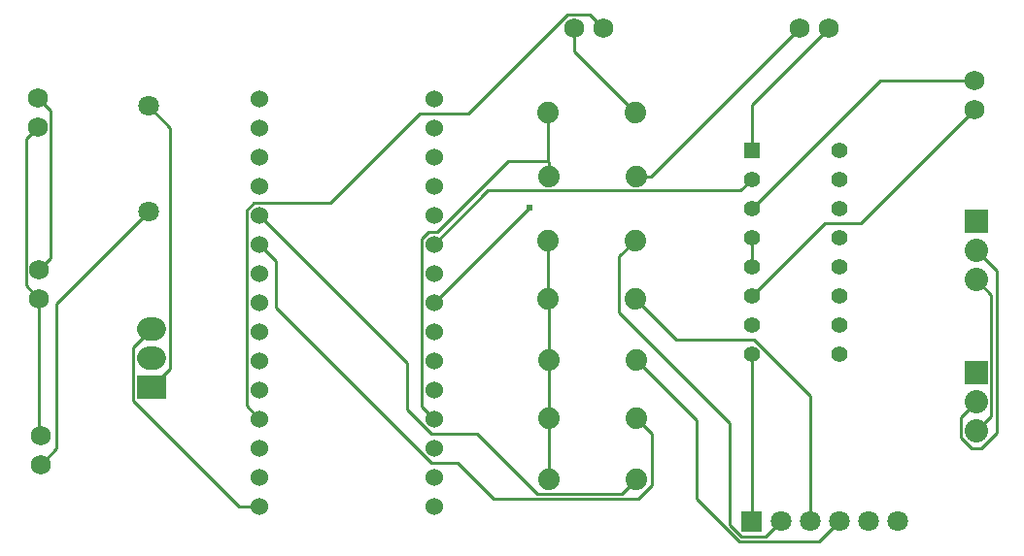
<source format=gbl>
G04 Layer: BottomLayer*
G04 EasyEDA v6.4.17, 2021-05-05T15:15:58+05:30*
G04 32aec41ae17d46a98470db9f640d5259,83cefa92b6ce4236bac46178dd46d778,10*
G04 Gerber Generator version 0.2*
G04 Scale: 100 percent, Rotated: No, Reflected: No *
G04 Dimensions in millimeters *
G04 leading zeros omitted , absolute positions ,4 integer and 5 decimal *
%FSLAX45Y45*%
%MOMM*%

%ADD11C,0.2600*%
%ADD13C,0.6100*%
%ADD16C,2.0320*%
%ADD17C,1.8000*%
%ADD19C,1.5240*%
%ADD20C,1.7270*%
%ADD21C,1.8796*%
%ADD22R,1.3995X1.3995*%
%ADD23C,1.3995*%
%ADD24C,2.0000*%

%LPD*%
D11*
X-6069329Y7877810D02*
G01*
X-5239257Y8707628D01*
X-5067300Y7378700D02*
G01*
X-5067300Y6870700D01*
X-5067300Y6870700D02*
G01*
X-5067300Y6337300D01*
X-5080000Y7912100D02*
G01*
X-5080000Y8420100D01*
X-5080000Y7912100D02*
G01*
X-5067300Y7899400D01*
X-5067300Y7378700D01*
X-1346200Y6756400D02*
G01*
X-1215389Y6887210D01*
X-1215389Y7946389D01*
X-1346200Y8077200D01*
X-9499600Y6718300D02*
G01*
X-9512300Y6731000D01*
X-9512300Y7912100D01*
X-9512300Y7912100D02*
G01*
X-9628378Y8028178D01*
X-9628378Y9307321D01*
X-9525000Y9410700D01*
X-7593329Y6099810D02*
G01*
X-7775194Y6099810D01*
X-8694165Y7018528D01*
X-8694165Y7485634D01*
X-8534400Y7645400D01*
X-1346200Y7010400D02*
G01*
X-1477010Y6879589D01*
X-1477010Y6699504D01*
X-1386078Y6608826D01*
X-1304289Y6608826D01*
X-1170431Y6742684D01*
X-1170431Y8155431D01*
X-1346200Y8331200D01*
X-3302000Y7429500D02*
G01*
X-3302000Y5969000D01*
X-9512300Y8166100D02*
G01*
X-9409429Y8268970D01*
X-9409429Y9549129D01*
X-9525000Y9664700D01*
X-8559800Y9591294D02*
G01*
X-8370570Y9402063D01*
X-8370570Y7301229D01*
X-8534400Y7137400D01*
X-7593329Y8639810D02*
G01*
X-6305550Y7352029D01*
X-6305550Y6948170D01*
X-6091936Y6734810D01*
X-5696712Y6734810D01*
X-5168645Y6206744D01*
X-4435602Y6206744D01*
X-4305300Y6337300D01*
X-4305300Y6870700D02*
G01*
X-4169918Y6735318D01*
X-4169918Y6281928D01*
X-4287265Y6164579D01*
X-5550407Y6164579D01*
X-5866384Y6480810D01*
X-6096000Y6480810D01*
X-7448550Y7833105D01*
X-7448550Y8237220D01*
X-7593329Y8382000D01*
X-2540000Y5969000D02*
G01*
X-2714244Y5794755D01*
X-3411981Y5794755D01*
X-3780281Y6163055D01*
X-3780281Y6853681D01*
X-4305300Y7378700D01*
X-4318000Y7912100D02*
G01*
X-3962400Y7556500D01*
X-3286505Y7556500D01*
X-2794000Y7063994D01*
X-2794000Y5969000D01*
X-4318000Y8420100D02*
G01*
X-4456684Y8281415D01*
X-4456684Y7788910D01*
X-3497071Y6829044D01*
X-3497071Y5939536D01*
X-3394455Y5837173D01*
X-3179826Y5837173D01*
X-3048000Y5969000D01*
X-3302000Y8191500D02*
G01*
X-3302000Y8445500D01*
X-5080000Y9537700D02*
G01*
X-5080000Y9115552D01*
X-5067300Y8978900D02*
G01*
X-5067300Y9102852D01*
X-5080000Y9115552D01*
X-5080000Y9115552D02*
G01*
X-5421884Y9115552D01*
X-6042152Y8495284D01*
X-6116065Y8495284D01*
X-6179820Y8431784D01*
X-6179820Y6972045D01*
X-6069329Y6861810D01*
X-2882900Y10274300D02*
G01*
X-4178300Y8978900D01*
X-4305300Y8978900D01*
X-4318000Y9537700D02*
G01*
X-4851400Y10071100D01*
X-4851400Y10274300D01*
X-3302000Y9207500D02*
G01*
X-3302000Y9601200D01*
X-2628900Y10274300D01*
X-7593329Y6861810D02*
G01*
X-7707121Y6975602D01*
X-7707121Y8677910D01*
X-7640065Y8745220D01*
X-6977634Y8745220D01*
X-6194044Y9528810D01*
X-5774944Y9528810D01*
X-4910581Y10393171D01*
X-4716271Y10393171D01*
X-4597400Y10274300D01*
X-3302000Y8953500D02*
G01*
X-3399789Y8855710D01*
X-5599429Y8855710D01*
X-6069329Y8385810D01*
X-8559800Y8671305D02*
G01*
X-9361170Y7869936D01*
X-9361170Y6602729D01*
X-9499600Y6464300D01*
X-3302000Y7937500D02*
G01*
X-2667000Y8572500D01*
X-2349500Y8572500D01*
X-1358900Y9563100D01*
X-3302000Y8699500D02*
G01*
X-2184400Y9817100D01*
X-1358900Y9817100D01*
G36*
X-8659368Y7037323D02*
G01*
X-8659368Y7237476D01*
X-8409431Y7237476D01*
X-8409431Y7037323D01*
G37*
G36*
X-1447800Y8686800D02*
G01*
X-1244600Y8686800D01*
X-1244600Y8483600D01*
X-1447800Y8483600D01*
G37*
D16*
G01*
X-1346200Y8331200D03*
G01*
X-1346200Y8077200D03*
G36*
X-1447800Y7366000D02*
G01*
X-1244600Y7366000D01*
X-1244600Y7162800D01*
X-1447800Y7162800D01*
G37*
G01*
X-1346200Y7010400D03*
G01*
X-1346200Y6756400D03*
D17*
G01*
X-2032000Y5969000D03*
G01*
X-2286000Y5969000D03*
G01*
X-2540000Y5969000D03*
G01*
X-2794000Y5969000D03*
G01*
X-3048000Y5969000D03*
G36*
X-3391999Y6058999D02*
G01*
X-3212000Y6058999D01*
X-3212000Y5879000D01*
X-3391999Y5879000D01*
G37*
D19*
G01*
X-6069304Y6099708D03*
G01*
X-6069304Y8131708D03*
G01*
X-6069304Y7877708D03*
G01*
X-6069304Y7623708D03*
G01*
X-6069304Y7369708D03*
G01*
X-6069304Y7115708D03*
G01*
X-6069304Y6861708D03*
G01*
X-7593304Y9401708D03*
G01*
X-7593304Y7115708D03*
G01*
X-6069304Y8893708D03*
G01*
X-6069304Y9147708D03*
G01*
X-6069304Y8639708D03*
G01*
X-6069304Y8385708D03*
G01*
X-6069304Y6607708D03*
G01*
X-6069304Y6353708D03*
G01*
X-6069304Y9401708D03*
G01*
X-6069304Y9655708D03*
G01*
X-7593304Y7369708D03*
G01*
X-7593304Y6861708D03*
G01*
X-7593304Y7623708D03*
G01*
X-7593304Y8893708D03*
G01*
X-7593304Y8382000D03*
G01*
X-7593304Y7877708D03*
G01*
X-7593304Y6607708D03*
G01*
X-7593304Y9147708D03*
G01*
X-7593304Y8639708D03*
G01*
X-7593304Y8131708D03*
G01*
X-7593304Y6353708D03*
G01*
X-7593304Y6099708D03*
G01*
X-7593304Y9655708D03*
D20*
G01*
X-9525000Y9664700D03*
G01*
X-9525000Y9410700D03*
G01*
X-4597400Y10274300D03*
G01*
X-4851400Y10274300D03*
G01*
X-9512300Y8166100D03*
G01*
X-9512300Y7912100D03*
G01*
X-9499600Y6718300D03*
G01*
X-9499600Y6464300D03*
G01*
X-1358900Y9563100D03*
G01*
X-1358900Y9817100D03*
G01*
X-2628900Y10274300D03*
G01*
X-2882900Y10274300D03*
D21*
G01*
X-5067300Y6337300D03*
G01*
X-4305300Y6337300D03*
G01*
X-5080000Y8420100D03*
G01*
X-4318000Y8420100D03*
G01*
X-5080000Y7912100D03*
G01*
X-4318000Y7912100D03*
G01*
X-5067300Y7378700D03*
G01*
X-4305300Y7378700D03*
G01*
X-5067300Y6870700D03*
G01*
X-4305300Y6870700D03*
G01*
X-5067300Y8978900D03*
G01*
X-4305300Y8978900D03*
G01*
X-5080000Y9537700D03*
G01*
X-4318000Y9537700D03*
D22*
G01*
X-3302000Y9207500D03*
D23*
G01*
X-3302000Y8953500D03*
G01*
X-3302000Y8699500D03*
G01*
X-3302000Y8445500D03*
G01*
X-3302000Y8191500D03*
G01*
X-3302000Y7937500D03*
G01*
X-3302000Y7683500D03*
G01*
X-3302000Y7429500D03*
G01*
X-2540000Y7683500D03*
G01*
X-2540000Y7937500D03*
G01*
X-2540000Y8191500D03*
G01*
X-2540000Y8445500D03*
G01*
X-2540000Y8699500D03*
G01*
X-2540000Y8953500D03*
G01*
X-2540000Y9207500D03*
G01*
X-2540000Y7429500D03*
D17*
G01*
X-8559800Y9591294D03*
G01*
X-8559800Y8671305D03*
D13*
G01*
X-5239257Y8707628D03*
D24*
X-8559398Y7391400D02*
G01*
X-8509398Y7391400D01*
X-8559398Y7645400D02*
G01*
X-8509398Y7645400D01*
M02*

</source>
